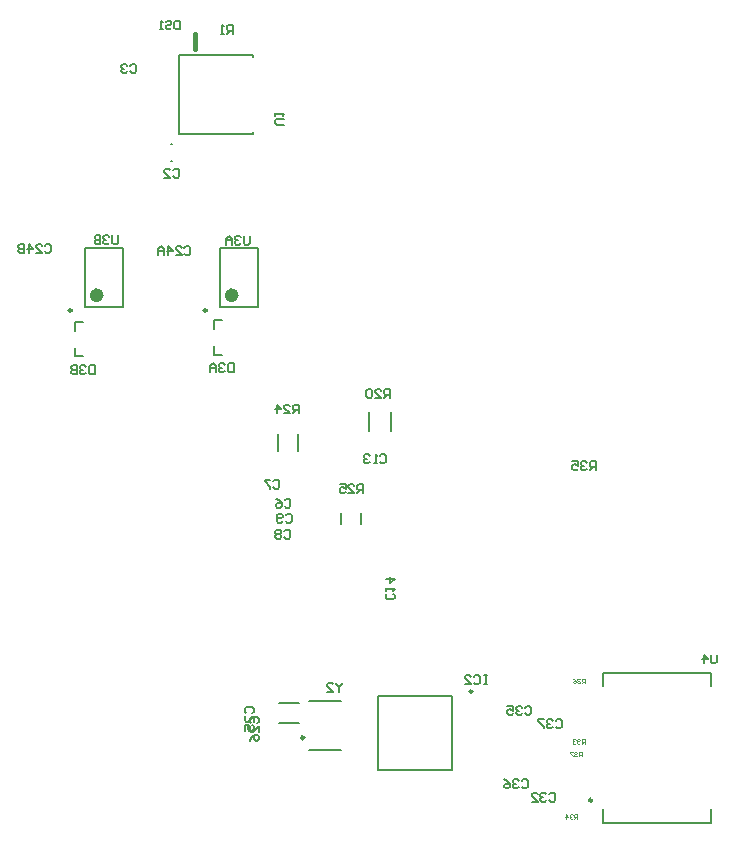
<source format=gbo>
G04*
G04 #@! TF.GenerationSoftware,Altium Limited,Altium Designer,23.5.1 (21)*
G04*
G04 Layer_Color=32896*
%FSLAX25Y25*%
%MOIN*%
G70*
G04*
G04 #@! TF.SameCoordinates,80D67788-F2EE-4A8B-BDA7-D5AA6EA99E9C*
G04*
G04*
G04 #@! TF.FilePolarity,Positive*
G04*
G01*
G75*
%ADD10C,0.00984*%
%ADD11C,0.02362*%
%ADD12C,0.00787*%
%ADD14C,0.01575*%
%ADD15C,0.00300*%
%ADD16C,0.00591*%
D10*
X335327Y237300D02*
G03*
X335327Y237300I-492J0D01*
G01*
X295394Y273580D02*
G03*
X295394Y273580I-492J0D01*
G01*
X161870Y400555D02*
G03*
X161870Y400555I-492J0D01*
G01*
X206870D02*
G03*
X206870Y400555I-492J0D01*
G01*
X239313Y258166D02*
G03*
X239313Y258166I-492J0D01*
G01*
D11*
X171319Y405594D02*
G03*
X171319Y405594I-1181J0D01*
G01*
X216319D02*
G03*
X216319Y405594I-1181J0D01*
G01*
D12*
X339106Y229800D02*
X374894D01*
Y234229D01*
X339106Y229800D02*
Y234229D01*
Y275371D02*
Y279800D01*
X374894Y275371D02*
Y279800D01*
X339106D02*
X374894D01*
X288702Y247398D02*
Y272202D01*
X263898Y247398D02*
X288702D01*
X263898D02*
Y272202D01*
X288702D01*
X251555Y329436D02*
Y333164D01*
X258445Y329436D02*
Y333164D01*
X237246Y353746D02*
Y359454D01*
X230554Y353746D02*
Y359454D01*
X166201Y401657D02*
Y421343D01*
X178799Y401657D02*
Y421343D01*
X166201Y401657D02*
X178799D01*
X166201Y421343D02*
X178799D01*
X211201D02*
X223799D01*
X211201Y401657D02*
X223799D01*
Y421343D01*
X211201Y401657D02*
Y421343D01*
X209441Y394354D02*
Y397209D01*
X212000D01*
X209441Y385791D02*
Y388646D01*
Y385791D02*
X212000D01*
X197661Y459311D02*
Y485689D01*
X222150D01*
Y459311D02*
Y460098D01*
Y484902D02*
Y485689D01*
X197661Y459311D02*
X222150D01*
X194805Y456054D02*
X195395D01*
X194805Y450346D02*
X195395D01*
X268143Y360450D02*
Y366750D01*
X261057Y360450D02*
Y366750D01*
X231053Y262953D02*
X237747D01*
X231053Y269647D02*
X237747D01*
X241085Y270469D02*
X251715D01*
X241085Y254131D02*
X251715D01*
X162941Y393854D02*
Y396709D01*
X165500D01*
X162941Y385291D02*
Y388146D01*
Y385291D02*
X165500D01*
D14*
X202965Y487739D02*
Y492661D01*
D15*
X331799Y251950D02*
Y253450D01*
X331050D01*
X330800Y253200D01*
Y252700D01*
X331050Y252450D01*
X331799D01*
X331299D02*
X330800Y251950D01*
X330300Y253200D02*
X330050Y253450D01*
X329550D01*
X329300Y253200D01*
Y252950D01*
X329550Y252700D01*
X329800D01*
X329550D01*
X329300Y252450D01*
Y252200D01*
X329550Y251950D01*
X330050D01*
X330300Y252200D01*
X328800Y253450D02*
X327801D01*
Y253200D01*
X328800Y252200D01*
Y251950D01*
X330399Y231050D02*
Y232550D01*
X329650D01*
X329400Y232300D01*
Y231800D01*
X329650Y231550D01*
X330399D01*
X329900D02*
X329400Y231050D01*
X328900Y232300D02*
X328650Y232550D01*
X328150D01*
X327900Y232300D01*
Y232050D01*
X328150Y231800D01*
X328400D01*
X328150D01*
X327900Y231550D01*
Y231300D01*
X328150Y231050D01*
X328650D01*
X328900Y231300D01*
X326651Y231050D02*
Y232550D01*
X327400Y231800D01*
X326401D01*
X332799Y256150D02*
Y257650D01*
X332050D01*
X331800Y257400D01*
Y256900D01*
X332050Y256650D01*
X332799D01*
X332299D02*
X331800Y256150D01*
X331300Y257400D02*
X331050Y257650D01*
X330550D01*
X330300Y257400D01*
Y257150D01*
X330550Y256900D01*
X330800D01*
X330550D01*
X330300Y256650D01*
Y256400D01*
X330550Y256150D01*
X331050D01*
X331300Y256400D01*
X329800Y257400D02*
X329550Y257650D01*
X329051D01*
X328801Y257400D01*
Y257150D01*
X329051Y256900D01*
X329300D01*
X329051D01*
X328801Y256650D01*
Y256400D01*
X329051Y256150D01*
X329550D01*
X329800Y256400D01*
X332899Y276350D02*
Y277850D01*
X332150D01*
X331900Y277600D01*
Y277100D01*
X332150Y276850D01*
X332899D01*
X332400D02*
X331900Y276350D01*
X331400Y277600D02*
X331150Y277850D01*
X330650D01*
X330400Y277600D01*
Y277350D01*
X330650Y277100D01*
X330900D01*
X330650D01*
X330400Y276850D01*
Y276600D01*
X330650Y276350D01*
X331150D01*
X331400Y276600D01*
X328901Y277850D02*
X329400Y277600D01*
X329900Y277100D01*
Y276600D01*
X329650Y276350D01*
X329151D01*
X328901Y276600D01*
Y276850D01*
X329151Y277100D01*
X329900D01*
D16*
X376900Y285852D02*
Y283392D01*
X376408Y282900D01*
X375424D01*
X374932Y283392D01*
Y285852D01*
X372472Y282900D02*
Y285852D01*
X373948Y284376D01*
X371980D01*
X300290Y278976D02*
X299306D01*
X299798D01*
Y276024D01*
X300290D01*
X299306D01*
X295862Y278484D02*
X296354Y278976D01*
X297338D01*
X297830Y278484D01*
Y276516D01*
X297338Y276024D01*
X296354D01*
X295862Y276516D01*
X292910Y276024D02*
X294878D01*
X292910Y277992D01*
Y278484D01*
X293402Y278976D01*
X294386D01*
X294878Y278484D01*
X323168Y263784D02*
X323660Y264276D01*
X324644D01*
X325136Y263784D01*
Y261816D01*
X324644Y261324D01*
X323660D01*
X323168Y261816D01*
X322184Y263784D02*
X321692Y264276D01*
X320708D01*
X320216Y263784D01*
Y263292D01*
X320708Y262800D01*
X321200D01*
X320708D01*
X320216Y262308D01*
Y261816D01*
X320708Y261324D01*
X321692D01*
X322184Y261816D01*
X319232Y264276D02*
X317264D01*
Y263784D01*
X319232Y261816D01*
Y261324D01*
X336536Y347324D02*
Y350276D01*
X335060D01*
X334568Y349784D01*
Y348800D01*
X335060Y348308D01*
X336536D01*
X335552D02*
X334568Y347324D01*
X333584Y349784D02*
X333092Y350276D01*
X332108D01*
X331616Y349784D01*
Y349292D01*
X332108Y348800D01*
X332600D01*
X332108D01*
X331616Y348308D01*
Y347816D01*
X332108Y347324D01*
X333092D01*
X333584Y347816D01*
X328664Y350276D02*
X330632D01*
Y348800D01*
X329648Y349292D01*
X329156D01*
X328664Y348800D01*
Y347816D01*
X329156Y347324D01*
X330140D01*
X330632Y347816D01*
X264622Y352084D02*
X265114Y352576D01*
X266098D01*
X266590Y352084D01*
Y350116D01*
X266098Y349624D01*
X265114D01*
X264622Y350116D01*
X263638Y349624D02*
X262654D01*
X263146D01*
Y352576D01*
X263638Y352084D01*
X261178D02*
X260686Y352576D01*
X259702D01*
X259210Y352084D01*
Y351592D01*
X259702Y351100D01*
X260194D01*
X259702D01*
X259210Y350608D01*
Y350116D01*
X259702Y349624D01*
X260686D01*
X261178Y350116D01*
X229092Y343584D02*
X229584Y344076D01*
X230568D01*
X231060Y343584D01*
Y341616D01*
X230568Y341124D01*
X229584D01*
X229092Y341616D01*
X228108Y344076D02*
X226140D01*
Y343584D01*
X228108Y341616D01*
Y341124D01*
X232792Y337284D02*
X233284Y337776D01*
X234268D01*
X234760Y337284D01*
Y335316D01*
X234268Y334824D01*
X233284D01*
X232792Y335316D01*
X229840Y337776D02*
X230824Y337284D01*
X231808Y336300D01*
Y335316D01*
X231316Y334824D01*
X230332D01*
X229840Y335316D01*
Y335808D01*
X230332Y336300D01*
X231808D01*
X233192Y332284D02*
X233684Y332776D01*
X234668D01*
X235160Y332284D01*
Y330316D01*
X234668Y329824D01*
X233684D01*
X233192Y330316D01*
X232208D02*
X231716Y329824D01*
X230732D01*
X230240Y330316D01*
Y332284D01*
X230732Y332776D01*
X231716D01*
X232208Y332284D01*
Y331792D01*
X231716Y331300D01*
X230240D01*
X232692Y324916D02*
X233184Y324424D01*
X234168D01*
X234660Y324916D01*
Y326884D01*
X234168Y327376D01*
X233184D01*
X232692Y326884D01*
X231708Y324916D02*
X231216Y324424D01*
X230232D01*
X229740Y324916D01*
Y325408D01*
X230232Y325900D01*
X229740Y326392D01*
Y326884D01*
X230232Y327376D01*
X231216D01*
X231708Y326884D01*
Y326392D01*
X231216Y325900D01*
X231708Y325408D01*
Y324916D01*
X231216Y325900D02*
X230232D01*
X259036Y339624D02*
Y342576D01*
X257560D01*
X257068Y342084D01*
Y341100D01*
X257560Y340608D01*
X259036D01*
X258052D02*
X257068Y339624D01*
X254116D02*
X256084D01*
X254116Y341592D01*
Y342084D01*
X254608Y342576D01*
X255592D01*
X256084Y342084D01*
X251164Y342576D02*
X253132D01*
Y341100D01*
X252148Y341592D01*
X251656D01*
X251164Y341100D01*
Y340116D01*
X251656Y339624D01*
X252640D01*
X253132Y340116D01*
X237536Y366224D02*
Y369176D01*
X236060D01*
X235568Y368684D01*
Y367700D01*
X236060Y367208D01*
X237536D01*
X236552D02*
X235568Y366224D01*
X232616D02*
X234584D01*
X232616Y368192D01*
Y368684D01*
X233108Y369176D01*
X234092D01*
X234584Y368684D01*
X230156Y366224D02*
Y369176D01*
X231632Y367700D01*
X229664D01*
X177336Y425576D02*
Y423116D01*
X176844Y422624D01*
X175860D01*
X175368Y423116D01*
Y425576D01*
X174384Y425084D02*
X173892Y425576D01*
X172908D01*
X172416Y425084D01*
Y424592D01*
X172908Y424100D01*
X173400D01*
X172908D01*
X172416Y423608D01*
Y423116D01*
X172908Y422624D01*
X173892D01*
X174384Y423116D01*
X171432Y425576D02*
Y422624D01*
X169956D01*
X169464Y423116D01*
Y423608D01*
X169956Y424100D01*
X171432D01*
X169956D01*
X169464Y424592D01*
Y425084D01*
X169956Y425576D01*
X171432D01*
X221136Y425376D02*
Y422916D01*
X220644Y422424D01*
X219660D01*
X219168Y422916D01*
Y425376D01*
X218184Y424884D02*
X217692Y425376D01*
X216708D01*
X216216Y424884D01*
Y424392D01*
X216708Y423900D01*
X217200D01*
X216708D01*
X216216Y423408D01*
Y422916D01*
X216708Y422424D01*
X217692D01*
X218184Y422916D01*
X215232Y422424D02*
Y424392D01*
X214248Y425376D01*
X213264Y424392D01*
Y422424D01*
Y423900D01*
X215232D01*
X215836Y382976D02*
Y380024D01*
X214360D01*
X213868Y380516D01*
Y382484D01*
X214360Y382976D01*
X215836D01*
X212884Y382484D02*
X212392Y382976D01*
X211408D01*
X210916Y382484D01*
Y381992D01*
X211408Y381500D01*
X211900D01*
X211408D01*
X210916Y381008D01*
Y380516D01*
X211408Y380024D01*
X212392D01*
X212884Y380516D01*
X209932Y380024D02*
Y381992D01*
X208948Y382976D01*
X207964Y381992D01*
Y380024D01*
Y381500D01*
X209932D01*
X152944Y422184D02*
X153436Y422676D01*
X154420D01*
X154912Y422184D01*
Y420216D01*
X154420Y419724D01*
X153436D01*
X152944Y420216D01*
X149992Y419724D02*
X151960D01*
X149992Y421692D01*
Y422184D01*
X150484Y422676D01*
X151468D01*
X151960Y422184D01*
X147532Y419724D02*
Y422676D01*
X149008Y421200D01*
X147040D01*
X146056Y422676D02*
Y419724D01*
X144580D01*
X144088Y420216D01*
Y420708D01*
X144580Y421200D01*
X146056D01*
X144580D01*
X144088Y421692D01*
Y422184D01*
X144580Y422676D01*
X146056D01*
X199444Y421484D02*
X199936Y421976D01*
X200920D01*
X201412Y421484D01*
Y419516D01*
X200920Y419024D01*
X199936D01*
X199444Y419516D01*
X196492Y419024D02*
X198460D01*
X196492Y420992D01*
Y421484D01*
X196984Y421976D01*
X197968D01*
X198460Y421484D01*
X194032Y419024D02*
Y421976D01*
X195508Y420500D01*
X193540D01*
X192556Y419024D02*
Y420992D01*
X191572Y421976D01*
X190588Y420992D01*
Y419024D01*
Y420500D01*
X192556D01*
X232676Y462432D02*
X230216D01*
X229724Y462924D01*
Y463908D01*
X230216Y464400D01*
X232676D01*
X229724Y465384D02*
Y466368D01*
Y465876D01*
X232676D01*
X232184Y465384D01*
X195692Y447284D02*
X196184Y447776D01*
X197168D01*
X197660Y447284D01*
Y445316D01*
X197168Y444824D01*
X196184D01*
X195692Y445316D01*
X192740Y444824D02*
X194708D01*
X192740Y446792D01*
Y447284D01*
X193232Y447776D01*
X194216D01*
X194708Y447284D01*
X215468Y492824D02*
Y495776D01*
X213992D01*
X213500Y495284D01*
Y494300D01*
X213992Y493808D01*
X215468D01*
X214484D02*
X213500Y492824D01*
X212516D02*
X211532D01*
X212024D01*
Y495776D01*
X212516Y495284D01*
X198044Y497176D02*
Y494224D01*
X196568D01*
X196076Y494716D01*
Y496684D01*
X196568Y497176D01*
X198044D01*
X193124Y496684D02*
X193616Y497176D01*
X194600D01*
X195092Y496684D01*
Y496192D01*
X194600Y495700D01*
X193616D01*
X193124Y495208D01*
Y494716D01*
X193616Y494224D01*
X194600D01*
X195092Y494716D01*
X192140Y494224D02*
X191156D01*
X191648D01*
Y497176D01*
X192140Y496684D01*
X181392Y482184D02*
X181884Y482676D01*
X182868D01*
X183360Y482184D01*
Y480216D01*
X182868Y479724D01*
X181884D01*
X181392Y480216D01*
X180408Y482184D02*
X179916Y482676D01*
X178932D01*
X178440Y482184D01*
Y481692D01*
X178932Y481200D01*
X179424D01*
X178932D01*
X178440Y480708D01*
Y480216D01*
X178932Y479724D01*
X179916D01*
X180408Y480216D01*
X321068Y239284D02*
X321560Y239776D01*
X322544D01*
X323036Y239284D01*
Y237316D01*
X322544Y236824D01*
X321560D01*
X321068Y237316D01*
X320084Y239284D02*
X319592Y239776D01*
X318608D01*
X318116Y239284D01*
Y238792D01*
X318608Y238300D01*
X319100D01*
X318608D01*
X318116Y237808D01*
Y237316D01*
X318608Y236824D01*
X319592D01*
X320084Y237316D01*
X315164Y236824D02*
X317132D01*
X315164Y238792D01*
Y239284D01*
X315656Y239776D01*
X316640D01*
X317132Y239284D01*
X221667Y263020D02*
X221175Y263512D01*
Y264496D01*
X221667Y264988D01*
X223635D01*
X224127Y264496D01*
Y263512D01*
X223635Y263020D01*
X224127Y260069D02*
Y262036D01*
X222159Y260069D01*
X221667D01*
X221175Y260561D01*
Y261544D01*
X221667Y262036D01*
X221175Y257117D02*
X221667Y258101D01*
X222651Y259085D01*
X223635D01*
X224127Y258593D01*
Y257609D01*
X223635Y257117D01*
X223143D01*
X222651Y257609D01*
Y259085D01*
X220017Y266371D02*
X219525Y266862D01*
Y267846D01*
X220017Y268338D01*
X221985D01*
X222477Y267846D01*
Y266862D01*
X221985Y266371D01*
X222477Y263419D02*
Y265387D01*
X220509Y263419D01*
X220017D01*
X219525Y263911D01*
Y264895D01*
X220017Y265387D01*
X219525Y260467D02*
Y262435D01*
X221001D01*
X220509Y261451D01*
Y260959D01*
X221001Y260467D01*
X221985D01*
X222477Y260959D01*
Y261943D01*
X221985Y262435D01*
X268984Y306178D02*
X269476Y305686D01*
Y304702D01*
X268984Y304210D01*
X267016D01*
X266524Y304702D01*
Y305686D01*
X267016Y306178D01*
X266524Y307162D02*
Y308146D01*
Y307654D01*
X269476D01*
X268984Y307162D01*
X266524Y311098D02*
X269476D01*
X268000Y309622D01*
Y311590D01*
X252000Y276452D02*
Y275960D01*
X251016Y274976D01*
X250032Y275960D01*
Y276452D01*
X251016Y274976D02*
Y273500D01*
X247080D02*
X249048D01*
X247080Y275468D01*
Y275960D01*
X247572Y276452D01*
X248556D01*
X249048Y275960D01*
X267900Y371400D02*
Y374352D01*
X266424D01*
X265932Y373860D01*
Y372876D01*
X266424Y372384D01*
X267900D01*
X266916D02*
X265932Y371400D01*
X262980D02*
X264948D01*
X262980Y373368D01*
Y373860D01*
X263472Y374352D01*
X264456D01*
X264948Y373860D01*
X261996D02*
X261504Y374352D01*
X260521D01*
X260029Y373860D01*
Y371892D01*
X260521Y371400D01*
X261504D01*
X261996Y371892D01*
Y373860D01*
X169536Y382276D02*
Y379324D01*
X168060D01*
X167568Y379816D01*
Y381784D01*
X168060Y382276D01*
X169536D01*
X166584Y381784D02*
X166092Y382276D01*
X165108D01*
X164616Y381784D01*
Y381292D01*
X165108Y380800D01*
X165600D01*
X165108D01*
X164616Y380308D01*
Y379816D01*
X165108Y379324D01*
X166092D01*
X166584Y379816D01*
X163632Y382276D02*
Y379324D01*
X162156D01*
X161664Y379816D01*
Y380308D01*
X162156Y380800D01*
X163632D01*
X162156D01*
X161664Y381292D01*
Y381784D01*
X162156Y382276D01*
X163632D01*
X311868Y243784D02*
X312360Y244276D01*
X313344D01*
X313836Y243784D01*
Y241816D01*
X313344Y241324D01*
X312360D01*
X311868Y241816D01*
X310884Y243784D02*
X310392Y244276D01*
X309408D01*
X308916Y243784D01*
Y243292D01*
X309408Y242800D01*
X309900D01*
X309408D01*
X308916Y242308D01*
Y241816D01*
X309408Y241324D01*
X310392D01*
X310884Y241816D01*
X305964Y244276D02*
X306948Y243784D01*
X307932Y242800D01*
Y241816D01*
X307440Y241324D01*
X306456D01*
X305964Y241816D01*
Y242308D01*
X306456Y242800D01*
X307932D01*
X312968Y268184D02*
X313460Y268676D01*
X314444D01*
X314936Y268184D01*
Y266216D01*
X314444Y265724D01*
X313460D01*
X312968Y266216D01*
X311984Y268184D02*
X311492Y268676D01*
X310508D01*
X310016Y268184D01*
Y267692D01*
X310508Y267200D01*
X311000D01*
X310508D01*
X310016Y266708D01*
Y266216D01*
X310508Y265724D01*
X311492D01*
X311984Y266216D01*
X307064Y268676D02*
X309032D01*
Y267200D01*
X308048Y267692D01*
X307556D01*
X307064Y267200D01*
Y266216D01*
X307556Y265724D01*
X308540D01*
X309032Y266216D01*
M02*

</source>
